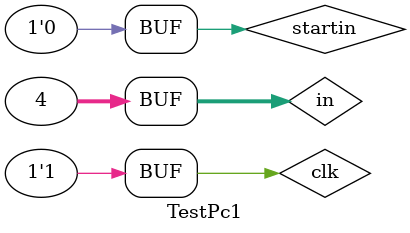
<source format=v>
`timescale 1ns / 1ps


module TestPc1;

	// Inputs
	reg [31:0] in;
	reg clk;
	reg startin;

	// Outputs
	wire [31:0] out;

	// Instantiate the Unit Under Test (UUT)
	PC uut (
		.out(out), 
		.in(in), 
		.clk(clk), 
		.startin(startin)
	);

	initial begin
		// Initialize Inputs
		in = 0;
		clk = 0;
		startin = 0;

		// Wait 100 ns for global reset to finish
		#100;
		clk = 1;
		startin = 1;
		#10;
		startin = 0;
		in = 32'b100;
		repeat(10)
		#10 clk = ~clk;
        
		// Add stimulus here

	end
      
endmodule


</source>
